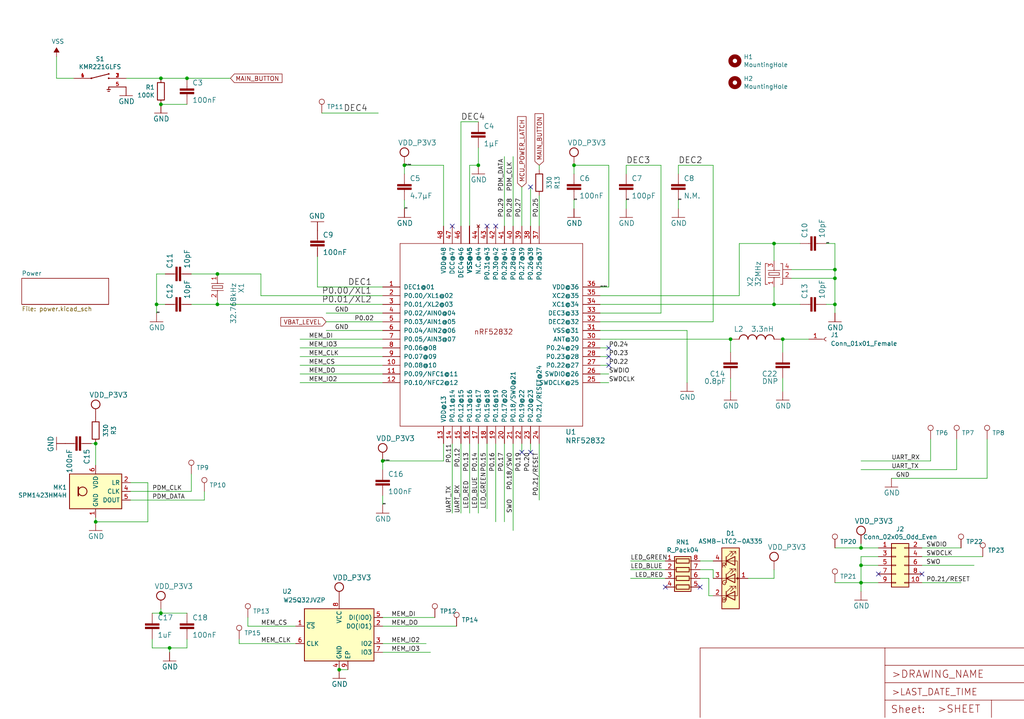
<source format=kicad_sch>
(kicad_sch (version 20211123) (generator eeschema)
  (paper "User" 299.06 210.007)
  (lib_symbols
    (symbol "Connector:Conn_01x01_Female" (pin_names (offset 1.016) hide)
      (property "Reference" "J" (at 0 2.54 0))
      (property "Value" "Conn_01x01_Female" (at 0 -2.54 0))
      (symbol "Conn_01x01_Female_1_1"
        (pin passive line (at -5.08 0 0) (length 3.81) (name "Pin_1") (number "1"))
      )
    )
    (symbol "Connector:TestPoint" (pin_numbers hide) (pin_names (offset 0.762) hide)
      (property "Reference" "TP" (at 0 6.858 0))
      (property "Value" "TestPoint" (at 0 5.08 0))
      (symbol "TestPoint_1_1"
        (pin passive line (at 0 0 90) (length 2.54) (name "1") (number "1"))
      )
    )
    (symbol "Connector_Generic:Conn_02x05_Odd_Even" (pin_names (offset 1.016) hide)
      (property "Reference" "J" (at 1.27 7.62 0))
      (property "Value" "Conn_02x05_Odd_Even" (at 1.27 -7.62 0))
      (symbol "Conn_02x05_Odd_Even_1_1"
        (pin passive line (at -5.08 5.08 0) (length 3.81) (name "Pin_1") (number "1"))
        (pin passive line (at 7.62 -5.08 180) (length 3.81) (name "Pin_10") (number "10"))
        (pin passive line (at 7.62 5.08 180) (length 3.81) (name "Pin_2") (number "2"))
        (pin passive line (at -5.08 2.54 0) (length 3.81) (name "Pin_3") (number "3"))
        (pin passive line (at 7.62 2.54 180) (length 3.81) (name "Pin_4") (number "4"))
        (pin passive line (at -5.08 0 0) (length 3.81) (name "Pin_5") (number "5"))
        (pin passive line (at 7.62 0 180) (length 3.81) (name "Pin_6") (number "6"))
        (pin passive line (at -5.08 -2.54 0) (length 3.81) (name "Pin_7") (number "7"))
        (pin passive line (at 7.62 -2.54 180) (length 3.81) (name "Pin_8") (number "8"))
        (pin passive line (at -5.08 -5.08 0) (length 3.81) (name "Pin_9") (number "9"))
      )
    )
    (symbol "Device:R" (pin_numbers hide) (pin_names (offset 0))
      (property "Reference" "R" (at 2.032 0 90))
      (property "Value" "R" (at 0 0 90))
      (symbol "R_1_1"
        (pin passive line (at 0 3.81 270) (length 1.27) (name "~") (number "1"))
        (pin passive line (at 0 -3.81 90) (length 1.27) (name "~") (number "2"))
      )
    )
    (symbol "Device:R_Pack04" (pin_names (offset 0) hide)
      (property "Reference" "RN" (at -7.62 0 90))
      (property "Value" "R_Pack04" (at 5.08 0 90))
      (symbol "R_Pack04_1_1"
        (pin passive line (at -5.08 -5.08 90) (length 2.54) (name "R1.1") (number "1"))
        (pin passive line (at -2.54 -5.08 90) (length 2.54) (name "R2.1") (number "2"))
        (pin passive line (at 0 -5.08 90) (length 2.54) (name "R3.1") (number "3"))
        (pin passive line (at 2.54 -5.08 90) (length 2.54) (name "R4.1") (number "4"))
        (pin passive line (at 2.54 5.08 270) (length 2.54) (name "R4.2") (number "5"))
        (pin passive line (at 0 5.08 270) (length 2.54) (name "R3.2") (number "6"))
        (pin passive line (at -2.54 5.08 270) (length 2.54) (name "R2.2") (number "7"))
        (pin passive line (at -5.08 5.08 270) (length 2.54) (name "R1.2") (number "8"))
      )
    )
    (symbol "LED:ASMB-MTB0-0A3A2" (pin_names (offset 0) hide)
      (property "Reference" "D" (at 0 10.16 0))
      (property "Value" "ASMB-MTB0-0A3A2" (at 0 -10.16 0))
      (symbol "ASMB-MTB0-0A3A2_0_0"
        (text "B" (at -1.905 -6.35 0) (effects (font (size 1.27 1.27))))
        (text "G" (at -1.905 -1.27 0) (effects (font (size 1.27 1.27))))
        (text "R" (at -1.905 3.81 0) (effects (font (size 1.27 1.27))))
      )
      (symbol "ASMB-MTB0-0A3A2_1_1"
        (pin passive line (at 5.08 0 180) (length 2.54) (name "A") (number "1"))
        (pin passive line (at -5.08 -5.08 0) (length 2.54) (name "BK") (number "2"))
        (pin passive line (at -5.08 0 0) (length 2.54) (name "GK") (number "3"))
        (pin passive line (at -5.08 5.08 0) (length 2.54) (name "RK") (number "4"))
      )
    )
    (symbol "Mechanical:MountingHole" (pin_names (offset 1.016))
      (property "Reference" "H" (at 0 5.08 0))
      (property "Value" "MountingHole" (at 0 3.175 0))
    )
    (symbol "Memory_Flash:W25Q32JVZP"
      (property "Reference" "U" (at -8.89 8.89 0))
      (property "Value" "W25Q32JVZP" (at 7.62 8.89 0))
      (symbol "W25Q32JVZP_1_1"
        (pin input line (at -12.7 2.54 0) (length 2.54) (name "~{CS}") (number "1"))
        (pin bidirectional line (at 12.7 2.54 180) (length 2.54) (name "DO(IO1)") (number "2"))
        (pin bidirectional line (at 12.7 -2.54 180) (length 2.54) (name "IO2") (number "3"))
        (pin power_in line (at 0 -10.16 90) (length 2.54) (name "GND") (number "4"))
        (pin bidirectional line (at 12.7 5.08 180) (length 2.54) (name "DI(IO0)") (number "5"))
        (pin input line (at -12.7 -2.54 0) (length 2.54) (name "CLK") (number "6"))
        (pin bidirectional line (at 12.7 -5.08 180) (length 2.54) (name "IO3") (number "7"))
        (pin power_in line (at 0 10.16 270) (length 2.54) (name "VCC") (number "8"))
        (pin passive line (at 2.54 -10.16 90) (length 2.54) (name "EP") (number "9"))
      )
    )
    (symbol "Sensor_Audio:MP45DT02"
      (property "Reference" "MK" (at -7.62 6.35 0))
      (property "Value" "MP45DT02" (at 1.27 -6.35 0))
      (symbol "MP45DT02_1_1"
        (pin power_in line (at 0 -7.62 90) (length 2.54) (name "GND") (number "1"))
        (pin input line (at 10.16 2.54 180) (length 2.54) (name "LR") (number "2"))
        (pin passive line (at 0 -7.62 90) (length 2.54) hide (name "GND") (number "3"))
        (pin input line (at 10.16 0 180) (length 2.54) (name "CLK") (number "4"))
        (pin output line (at 10.16 -2.54 180) (length 2.54) (name "DOUT") (number "5"))
        (pin power_in line (at 0 7.62 270) (length 2.54) (name "VDD") (number "6"))
      )
    )
    (symbol "_button:KMR221GLFS" (pin_names (offset 1.016) hide)
      (property "Reference" "S" (at -2.54 2.286 0))
      (property "Value" "KMR221GLFS" (at -2.794 -6.35 0))
      (symbol "KMR221GLFS_0_0"
        (pin passive line (at -7.62 0 0) (length 5.08) (name "~") (number "1"))
        (pin passive line (at 7.62 0 180) (length 5.08) (name "~") (number "2"))
        (pin passive line (at 7.62 0 180) (length 5.08) (name "~") (number "3"))
        (pin passive line (at -7.62 0 0) (length 5.08) (name "~") (number "4"))
        (pin passive line (at 7.62 -2.54 180) (length 5.08) (name "~") (number "5"))
      )
    )
    (symbol "nRF52832_qfaa-eagle-import:A4L-LOC" (pin_names (offset 1.016))
      (symbol "A4L-LOC_1_0"
        (text ">DRAWING_NAME" (at 217.17 15.24 0) (effects (font (size 2.159 2.159)) (justify left bottom)))
        (text ">LAST_DATE_TIME" (at 217.17 10.16 0) (effects (font (size 1.9304 1.9304)) (justify left bottom)))
        (text ">SHEET" (at 230.505 5.08 0) (effects (font (size 2.159 2.159)) (justify left bottom)))
        (text "Sheet:" (at 216.916 4.953 0) (effects (font (size 2.159 2.159)) (justify left bottom)))
      )
    )
    (symbol "nRF52832_qfaa-eagle-import:CAPACITOR_0402_N" (pin_names (offset 1.016))
      (property "Value" "CAPACITOR_0402_N" (at 1.524 -4.699 0))
      (symbol "CAPACITOR_0402_N_1_0"
        (pin passive line (at 0 2.54 270) (length 2.54) (name "1") (number "1"))
        (pin passive line (at 0 -5.08 90) (length 2.54) (name "2") (number "2"))
      )
    )
    (symbol "nRF52832_qfaa-eagle-import:CAPACITOR_0603_N" (pin_names (offset 1.016))
      (property "Value" "CAPACITOR_0603_N" (at 1.524 -4.699 0))
      (symbol "CAPACITOR_0603_N_1_0"
        (pin passive line (at 0 2.54 270) (length 2.54) (name "1") (number "1"))
        (pin passive line (at 0 -5.08 90) (length 2.54) (name "2") (number "2"))
      )
    )
    (symbol "nRF52832_qfaa-eagle-import:GND" (power) (pin_names (offset 1.016))
      (property "Value" "GND" (at -2.54 -2.54 0))
      (symbol "GND_1_0"
        (pin power_in line (at 0 2.54 270) (length 2.54) (name "GND") (number "1"))
      )
    )
    (symbol "nRF52832_qfaa-eagle-import:INDUCTOR_0402_N" (pin_names (offset 1.016))
      (property "Value" "INDUCTOR_0402_N" (at 3.81 -5.08 90))
      (symbol "INDUCTOR_0402_N_1_0"
        (pin passive line (at 0 7.62 270) (length 2.54) (name "1") (number "1"))
        (pin passive line (at 0 -7.62 90) (length 2.54) (name "2") (number "2"))
      )
    )
    (symbol "nRF52832_qfaa-eagle-import:NRF52832" (pin_names (offset 1.016))
      (property "Value" "NRF52832" (at 48.26 -5.08 0))
      (symbol "NRF52832_1_0"
        (text "nRF52832" (at 21.59 26.67 0) (effects (font (size 1.4986 1.4986)) (justify left bottom)))
        (pin power_in line (at -5.08 40.64 0) (length 5.08) (name "DEC1@01") (number "1"))
        (pin bidirectional line (at -5.08 17.78 0) (length 5.08) (name "P0.08@10") (number "10"))
        (pin bidirectional line (at -5.08 15.24 0) (length 5.08) (name "P0.09/NFC1@11") (number "11"))
        (pin bidirectional line (at -5.08 12.7 0) (length 5.08) (name "P0.10/NFC2@12") (number "12"))
        (pin power_in line (at 12.7 -5.08 90) (length 5.08) (name "VDD@13") (number "13"))
        (pin bidirectional line (at 15.24 -5.08 90) (length 5.08) (name "P0.11@14") (number "14"))
        (pin bidirectional line (at 17.78 -5.08 90) (length 5.08) (name "P0.12@15") (number "15"))
        (pin bidirectional line (at 20.32 -5.08 90) (length 5.08) (name "P0.13@16") (number "16"))
        (pin bidirectional line (at 22.86 -5.08 90) (length 5.08) (name "P0.14@17") (number "17"))
        (pin bidirectional line (at 25.4 -5.08 90) (length 5.08) (name "P0.15@18") (number "18"))
        (pin bidirectional line (at 27.94 -5.08 90) (length 5.08) (name "P0.16@19") (number "19"))
        (pin bidirectional line (at -5.08 38.1 0) (length 5.08) (name "P0.00/XL1@02") (number "2"))
        (pin bidirectional line (at 30.48 -5.08 90) (length 5.08) (name "P0.17@20") (number "20"))
        (pin bidirectional line (at 33.02 -5.08 90) (length 5.08) (name "P0.18/SWO@21") (number "21"))
        (pin bidirectional line (at 35.56 -5.08 90) (length 5.08) (name "P0.19@22") (number "22"))
        (pin bidirectional line (at 38.1 -5.08 90) (length 5.08) (name "P0.20@23") (number "23"))
        (pin bidirectional line (at 40.64 -5.08 90) (length 5.08) (name "P0.21/RESET@24") (number "24"))
        (pin input line (at 58.42 12.7 180) (length 5.08) (name "SWDCLK@25") (number "25"))
        (pin bidirectional line (at 58.42 15.24 180) (length 5.08) (name "SWDIO@26") (number "26"))
        (pin bidirectional line (at 58.42 17.78 180) (length 5.08) (name "P0.22@27") (number "27"))
        (pin bidirectional line (at 58.42 20.32 180) (length 5.08) (name "P0.23@28") (number "28"))
        (pin bidirectional line (at 58.42 22.86 180) (length 5.08) (name "P0.24@29") (number "29"))
        (pin bidirectional line (at -5.08 35.56 0) (length 5.08) (name "P0.01/XL2@03") (number "3"))
        (pin bidirectional line (at 58.42 25.4 180) (length 5.08) (name "ANT@30") (number "30"))
        (pin bidirectional line (at 58.42 27.94 180) (length 5.08) (name "VSS@31") (number "31"))
        (pin bidirectional line (at 58.42 30.48 180) (length 5.08) (name "DEC2@32") (number "32"))
        (pin bidirectional line (at 58.42 33.02 180) (length 5.08) (name "DEC3@33") (number "33"))
        (pin input line (at 58.42 35.56 180) (length 5.08) (name "XC1@34") (number "34"))
        (pin output line (at 58.42 38.1 180) (length 5.08) (name "XC2@35") (number "35"))
        (pin power_in line (at 58.42 40.64 180) (length 5.08) (name "VDD@36") (number "36"))
        (pin bidirectional line (at 40.64 58.42 270) (length 5.08) (name "P0.25@37") (number "37"))
        (pin bidirectional line (at 38.1 58.42 270) (length 5.08) (name "P0.26@38") (number "38"))
        (pin bidirectional line (at 35.56 58.42 270) (length 5.08) (name "P0.27@39") (number "39"))
        (pin bidirectional line (at -5.08 33.02 0) (length 5.08) (name "P0.02/AIN0@04") (number "4"))
        (pin bidirectional line (at 33.02 58.42 270) (length 5.08) (name "P0.28@40") (number "40"))
        (pin bidirectional line (at 30.48 58.42 270) (length 5.08) (name "P0.29@41") (number "41"))
        (pin bidirectional line (at 27.94 58.42 270) (length 5.08) (name "P0.30@42") (number "42"))
        (pin bidirectional line (at 25.4 58.42 270) (length 5.08) (name "P0.31@43") (number "43"))
        (pin no_connect line (at 22.86 58.42 270) (length 5.08) (name "N.C.@44") (number "44"))
        (pin power_in line (at 20.32 58.42 270) (length 5.08) (name "VSS@45") (number "45"))
        (pin power_in line (at 17.78 58.42 270) (length 5.08) (name "DEC4@46") (number "46"))
        (pin output line (at 15.24 58.42 270) (length 5.08) (name "DCC@47") (number "47"))
        (pin power_in line (at 12.7 58.42 270) (length 5.08) (name "VDD@48") (number "48"))
        (pin bidirectional line (at -5.08 30.48 0) (length 5.08) (name "P0.03/AIN1@05") (number "5"))
        (pin bidirectional line (at -5.08 27.94 0) (length 5.08) (name "P0.04/AIN2@06") (number "6"))
        (pin bidirectional line (at -5.08 25.4 0) (length 5.08) (name "P0.05/AIN3@07") (number "7"))
        (pin bidirectional line (at -5.08 22.86 0) (length 5.08) (name "P0.06@08") (number "8"))
        (pin bidirectional line (at -5.08 20.32 0) (length 5.08) (name "P0.07@09") (number "9"))
        (pin power_in line (at 20.32 58.42 270) (length 5.08) (name "VSS@45") (number "PAD"))
        (pin power_in line (at 20.32 58.42 270) (length 5.08) (name "VSS@45") (number "PAD@VIA01"))
        (pin power_in line (at 20.32 58.42 270) (length 5.08) (name "VSS@45") (number "PAD@VIA02"))
        (pin power_in line (at 20.32 58.42 270) (length 5.08) (name "VSS@45") (number "PAD@VIA03"))
        (pin power_in line (at 20.32 58.42 270) (length 5.08) (name "VSS@45") (number "PAD@VIA04"))
        (pin power_in line (at 20.32 58.42 270) (length 5.08) (name "VSS@45") (number "PAD@VIA05"))
        (pin power_in line (at 20.32 58.42 270) (length 5.08) (name "VSS@45") (number "PAD@VIA06"))
        (pin power_in line (at 20.32 58.42 270) (length 5.08) (name "VSS@45") (number "PAD@VIA07"))
        (pin power_in line (at 20.32 58.42 270) (length 5.08) (name "VSS@45") (number "PAD@VIA08"))
        (pin power_in line (at 20.32 58.42 270) (length 5.08) (name "VSS@45") (number "PAD@VIA09"))
        (pin power_in line (at 20.32 58.42 270) (length 5.08) (name "VSS@45") (number "PAD@VIA10"))
        (pin power_in line (at 20.32 58.42 270) (length 5.08) (name "VSS@45") (number "PAD@VIA11"))
        (pin power_in line (at 20.32 58.42 270) (length 5.08) (name "VSS@45") (number "PAD@VIA12"))
        (pin power_in line (at 20.32 58.42 270) (length 5.08) (name "VSS@45") (number "PAD@VIA13"))
        (pin power_in line (at 20.32 58.42 270) (length 5.08) (name "VSS@45") (number "PAD@VIA14"))
        (pin power_in line (at 20.32 58.42 270) (length 5.08) (name "VSS@45") (number "PAD@VIA15"))
        (pin power_in line (at 20.32 58.42 270) (length 5.08) (name "VSS@45") (number "PAD@VIA16"))
      )
    )
    (symbol "nRF52832_qfaa-eagle-import:VCC" (power) (pin_names (offset 1.016))
      (property "Value" "VCC" (at -1.905 3.175 0))
      (symbol "VCC_1_0"
        (pin power_in line (at 0 -2.54 90) (length 2.54) (name "VCC") (number "1"))
      )
    )
    (symbol "nRF52832_qfaa-eagle-import:XTAL_32KHZ" (pin_names (offset 1.016))
      (property "Value" "XTAL_32KHZ" (at 0 3.81 0))
      (symbol "XTAL_32KHZ_1_0"
        (pin passive line (at -2.54 0 0) (length 2.54) (name "1") (number "1"))
        (pin passive line (at 5.08 0 180) (length 2.54) (name "2") (number "2"))
      )
    )
    (symbol "nRF52832_qfaa-eagle-import:XTAL_32MHZ" (pin_names (offset 1.016))
      (property "Value" "XTAL_32MHZ" (at 0 6.35 0))
      (symbol "XTAL_32MHZ_1_0"
        (pin passive line (at 0 2.54 0) (length 2.54) (name "1") (number "1"))
        (pin passive line (at 2.54 -2.54 90) (length 2.54) (name "2") (number "2"))
        (pin passive line (at 7.62 2.54 180) (length 2.54) (name "3") (number "3"))
        (pin passive line (at 5.08 -2.54 90) (length 2.54) (name "4") (number "4"))
      )
    )
    (symbol "power:VSS" (power) (pin_names (offset 0))
      (property "Value" "VSS" (at 0 3.81 0))
      (symbol "VSS_1_1"
        (pin power_in line (at 0 0 90) (length 0) hide (name "VSS") (number "1"))
      )
    )
  )
  (junction (at 226.06 88.9))
  (junction (at 167.64 48.26))
  (junction (at 243.84 81.28))
  (junction (at 243.84 78.74))
  (junction (at 49.53 189.23))
  (junction (at 226.06 71.12))
  (junction (at 251.46 165.1))
  (junction (at 45.72 88.9))
  (junction (at 118.11 48.26))
  (junction (at 46.99 179.07))
  (junction (at 251.46 170.18))
  (junction (at 243.84 88.9))
  (junction (at 63.5 88.9))
  (junction (at 111.76 134.62))
  (junction (at 213.36 99.06))
  (junction (at 46.99 22.86))
  (junction (at 27.94 152.4))
  (junction (at 54.61 22.86))
  (junction (at 63.5 80.01))
  (junction (at 251.46 160.02))
  (junction (at 46.99 30.48))
  (junction (at 27.94 129.54))
  (junction (at 139.7 48.26))
  (junction (at 228.6 99.06))
  (junction (at 99.06 195.58))
  (no_connect (at 152.4 132.08))
  (no_connect (at 256.54 167.64))
  (no_connect (at 177.8 101.6))
  (no_connect (at 132.08 66.04))
  (no_connect (at 204.47 171.45))
  (no_connect (at 144.78 66.04))
  (no_connect (at 142.24 66.04))
  (no_connect (at 154.94 132.08))
  (no_connect (at 269.24 167.64))
  (no_connect (at 5.08 -36.83))
  (no_connect (at 177.8 106.68))
  (no_connect (at 154.94 54.61))
  (no_connect (at 194.31 171.45))
  (no_connect (at 177.8 104.14))
  (wire (pts (xy 154.94 129.54) (xy 154.94 132.08)))
  (wire (pts (xy 59.69 143.51) (xy 59.69 146.05)))
  (wire (pts (xy 118.11 48.26) (xy 129.54 48.26)))
  (wire (pts (xy 241.3 88.9) (xy 243.84 88.9)))
  (wire (pts (xy 69.85 187.96) (xy 86.36 187.96)))
  (wire (pts (xy 87.63 111.76) (xy 111.76 111.76)))
  (wire (pts (xy 175.26 93.98) (xy 208.28 93.98)))
  (wire (pts (xy 243.84 170.18) (xy 251.46 170.18)))
  (wire (pts (xy 43.18 152.4) (xy 43.18 140.97)))
  (wire (pts (xy 167.64 48.26) (xy 167.64 50.8)))
  (wire (pts (xy 139.7 43.18) (xy 139.7 48.26)))
  (wire (pts (xy 142.24 129.54) (xy 142.24 148.59)))
  (wire (pts (xy 256.54 170.18) (xy 251.46 170.18)))
  (wire (pts (xy 256.54 160.02) (xy 251.46 160.02)))
  (wire (pts (xy 226.06 83.82) (xy 226.06 88.9)))
  (wire (pts (xy 260.35 139.7) (xy 288.29 139.7)))
  (wire (pts (xy 101.6 195.58) (xy 99.06 195.58)))
  (wire (pts (xy 175.26 96.52) (xy 200.66 96.52)))
  (wire (pts (xy 207.01 168.91) (xy 207.01 173.99)))
  (wire (pts (xy 167.64 58.42) (xy 167.64 60.96)))
  (wire (pts (xy 228.6 102.87) (xy 228.6 99.06)))
  (wire (pts (xy 157.48 129.54) (xy 157.48 146.05)))
  (wire (pts (xy 269.24 162.56) (xy 287.02 162.56)))
  (wire (pts (xy 182.88 48.26) (xy 193.04 48.26)))
  (wire (pts (xy 251.46 137.16) (xy 279.4 137.16)))
  (wire (pts (xy 46.99 22.86) (xy 54.61 22.86)))
  (wire (pts (xy 111.76 187.96) (xy 124.46 187.96)))
  (wire (pts (xy 76.2 86.36) (xy 111.76 86.36)))
  (wire (pts (xy 134.62 66.04) (xy 134.62 35.56)))
  (wire (pts (xy 208.28 166.37) (xy 208.28 168.91)))
  (wire (pts (xy 251.46 165.1) (xy 251.46 170.18)))
  (wire (pts (xy 111.76 147.32) (xy 111.76 144.78)))
  (wire (pts (xy 46.99 177.8) (xy 46.99 179.07)))
  (wire (pts (xy 27.94 129.54) (xy 26.67 129.54)))
  (wire (pts (xy 194.31 163.83) (xy 184.15 163.83)))
  (wire (pts (xy 175.26 83.82) (xy 177.8 83.82)))
  (wire (pts (xy 226.06 88.9) (xy 233.68 88.9)))
  (wire (pts (xy 144.78 129.54) (xy 144.78 152.4)))
  (wire (pts (xy 69.85 187.96) (xy 69.85 186.69)))
  (wire (pts (xy 63.5 88.9) (xy 63.5 87.63)))
  (wire (pts (xy 137.16 48.26) (xy 139.7 48.26)))
  (wire (pts (xy 200.66 96.52) (xy 200.66 111.76)))
  (wire (pts (xy 76.2 86.36) (xy 76.2 80.01)))
  (wire (pts (xy 157.48 48.26) (xy 157.48 49.53)))
  (wire (pts (xy 55.88 88.9) (xy 63.5 88.9)))
  (wire (pts (xy 215.9 86.36) (xy 175.26 86.36)))
  (wire (pts (xy 92.71 83.82) (xy 111.76 83.82)))
  (wire (pts (xy 204.47 168.91) (xy 207.01 168.91)))
  (wire (pts (xy 218.44 168.91) (xy 226.06 168.91)))
  (wire (pts (xy 16.51 16.51) (xy 16.51 22.86)))
  (wire (pts (xy 111.76 96.52) (xy 95.25 96.52)))
  (wire (pts (xy 55.88 80.01) (xy 63.5 80.01)))
  (wire (pts (xy 46.99 179.07) (xy 44.45 179.07)))
  (wire (pts (xy 269.24 165.1) (xy 284.48 165.1)))
  (wire (pts (xy 111.76 91.44) (xy 95.25 91.44)))
  (wire (pts (xy 175.26 101.6) (xy 177.8 101.6)))
  (wire (pts (xy 55.88 138.43) (xy 55.88 143.51)))
  (wire (pts (xy 137.16 66.04) (xy 137.16 48.26)))
  (wire (pts (xy 269.24 160.02) (xy 280.67 160.02)))
  (wire (pts (xy 233.68 71.12) (xy 226.06 71.12)))
  (wire (pts (xy 193.04 91.44) (xy 175.26 91.44)))
  (wire (pts (xy 87.63 106.68) (xy 111.76 106.68)))
  (wire (pts (xy 27.94 152.4) (xy 27.94 151.13)))
  (wire (pts (xy 208.28 93.98) (xy 208.28 48.26)))
  (wire (pts (xy 92.71 74.93) (xy 92.71 83.82)))
  (wire (pts (xy 49.53 190.5) (xy 49.53 189.23)))
  (wire (pts (xy 45.72 80.01) (xy 48.26 80.01)))
  (wire (pts (xy 256.54 165.1) (xy 251.46 165.1)))
  (wire (pts (xy 38.1 143.51) (xy 55.88 143.51)))
  (wire (pts (xy 243.84 71.12) (xy 243.84 78.74)))
  (wire (pts (xy 54.61 179.07) (xy 46.99 179.07)))
  (wire (pts (xy 54.61 189.23) (xy 54.61 186.69)))
  (wire (pts (xy 182.88 58.42) (xy 182.88 60.96)))
  (wire (pts (xy 27.94 152.4) (xy 43.18 152.4)))
  (wire (pts (xy 177.8 83.82) (xy 177.8 48.26)))
  (wire (pts (xy 129.54 48.26) (xy 129.54 66.04)))
  (wire (pts (xy 251.46 134.62) (xy 271.78 134.62)))
  (wire (pts (xy 226.06 168.91) (xy 226.06 166.37)))
  (wire (pts (xy 129.54 129.54) (xy 129.54 134.62)))
  (wire (pts (xy 213.36 102.87) (xy 213.36 99.06)))
  (wire (pts (xy 215.9 71.12) (xy 215.9 86.36)))
  (wire (pts (xy 149.86 129.54) (xy 149.86 154.94)))
  (wire (pts (xy 111.76 182.88) (xy 133.35 182.88)))
  (wire (pts (xy 226.06 71.12) (xy 215.9 71.12)))
  (wire (pts (xy 38.1 146.05) (xy 59.69 146.05)))
  (wire (pts (xy 36.83 22.86) (xy 46.99 22.86)))
  (wire (pts (xy 49.53 189.23) (xy 54.61 189.23)))
  (wire (pts (xy 16.51 22.86) (xy 21.59 22.86)))
  (wire (pts (xy 132.08 129.54) (xy 132.08 149.86)))
  (wire (pts (xy 175.26 109.22) (xy 177.8 109.22)))
  (wire (pts (xy 208.28 48.26) (xy 198.12 48.26)))
  (wire (pts (xy 204.47 166.37) (xy 208.28 166.37)))
  (wire (pts (xy 134.62 129.54) (xy 134.62 149.86)))
  (wire (pts (xy 48.26 88.9) (xy 45.72 88.9)))
  (wire (pts (xy 87.63 99.06) (xy 111.76 99.06)))
  (wire (pts (xy 87.63 104.14) (xy 111.76 104.14)))
  (wire (pts (xy 213.36 110.49) (xy 213.36 114.3)))
  (wire (pts (xy 43.18 140.97) (xy 38.1 140.97)))
  (wire (pts (xy 271.78 134.62) (xy 271.78 128.27)))
  (wire (pts (xy 93.98 33.02) (xy 110.49 33.02)))
  (wire (pts (xy 182.88 50.8) (xy 182.88 48.26)))
  (wire (pts (xy 111.76 190.5) (xy 125.73 190.5)))
  (wire (pts (xy 241.3 71.12) (xy 243.84 71.12)))
  (wire (pts (xy 45.72 91.44) (xy 45.72 88.9)))
  (wire (pts (xy 279.4 137.16) (xy 279.4 128.27)))
  (wire (pts (xy 175.26 104.14) (xy 177.8 104.14)))
  (wire (pts (xy 111.76 180.34) (xy 127 180.34)))
  (wire (pts (xy 147.32 66.04) (xy 147.32 45.72)))
  (wire (pts (xy 243.84 88.9) (xy 243.84 91.44)))
  (wire (pts (xy 231.14 81.28) (xy 243.84 81.28)))
  (wire (pts (xy 251.46 170.18) (xy 251.46 172.72)))
  (wire (pts (xy 152.4 129.54) (xy 152.4 132.08)))
  (wire (pts (xy 269.24 170.18) (xy 280.67 170.18)))
  (wire (pts (xy 152.4 66.04) (xy 152.4 54.61)))
  (wire (pts (xy 149.86 45.72) (xy 149.86 66.04)))
  (wire (pts (xy 231.14 78.74) (xy 243.84 78.74)))
  (wire (pts (xy 134.62 35.56) (xy 139.7 35.56)))
  (wire (pts (xy 157.48 57.15) (xy 157.48 66.04)))
  (wire (pts (xy 243.84 78.74) (xy 243.84 81.28)))
  (wire (pts (xy 139.7 129.54) (xy 139.7 149.86)))
  (wire (pts (xy 45.72 88.9) (xy 45.72 80.01)))
  (wire (pts (xy 175.26 111.76) (xy 177.8 111.76)))
  (wire (pts (xy 44.45 189.23) (xy 49.53 189.23)))
  (wire (pts (xy 95.25 93.98) (xy 111.76 93.98)))
  (wire (pts (xy 228.6 99.06) (xy 236.22 99.06)))
  (wire (pts (xy 87.63 101.6) (xy 111.76 101.6)))
  (wire (pts (xy 111.76 134.62) (xy 111.76 137.16)))
  (wire (pts (xy 198.12 58.42) (xy 198.12 60.96)))
  (wire (pts (xy 204.47 163.83) (xy 208.28 163.83)))
  (wire (pts (xy 226.06 71.12) (xy 226.06 76.2)))
  (wire (pts (xy 147.32 129.54) (xy 147.32 152.4)))
  (wire (pts (xy 137.16 129.54) (xy 137.16 149.86)))
  (wire (pts (xy 54.61 22.86) (xy 67.31 22.86)))
  (wire (pts (xy 72.39 182.88) (xy 72.39 180.34)))
  (wire (pts (xy 207.01 173.99) (xy 208.28 173.99)))
  (wire (pts (xy 129.54 134.62) (xy 111.76 134.62)))
  (wire (pts (xy 177.8 48.26) (xy 167.64 48.26)))
  (wire (pts (xy 175.26 99.06) (xy 213.36 99.06)))
  (wire (pts (xy 76.2 80.01) (xy 63.5 80.01)))
  (wire (pts (xy 175.26 106.68) (xy 177.8 106.68)))
  (wire (pts (xy 87.63 109.22) (xy 111.76 109.22)))
  (wire (pts (xy 54.61 30.48) (xy 46.99 30.48)))
  (wire (pts (xy 198.12 48.26) (xy 198.12 50.8)))
  (wire (pts (xy 194.31 168.91) (xy 184.15 168.91)))
  (wire (pts (xy 118.11 60.96) (xy 118.11 58.42)))
  (wire (pts (xy 63.5 88.9) (xy 111.76 88.9)))
  (wire (pts (xy 251.46 162.56) (xy 251.46 165.1)))
  (wire (pts (xy 44.45 189.23) (xy 44.45 186.69)))
  (wire (pts (xy 27.94 135.89) (xy 27.94 129.54)))
  (wire (pts (xy 154.94 66.04) (xy 154.94 54.61)))
  (wire (pts (xy 251.46 162.56) (xy 256.54 162.56)))
  (wire (pts (xy 243.84 81.28) (xy 243.84 88.9)))
  (wire (pts (xy 193.04 48.26) (xy 193.04 91.44)))
  (wire (pts (xy 118.11 48.26) (xy 118.11 50.8)))
  (wire (pts (xy 72.39 182.88) (xy 86.36 182.88)))
  (wire (pts (xy 228.6 110.49) (xy 228.6 114.3)))
  (wire (pts (xy 175.26 88.9) (xy 226.06 88.9)))
  (wire (pts (xy 251.46 160.02) (xy 251.46 158.75)))
  (wire (pts (xy 288.29 139.7) (xy 288.29 128.27)))
  (wire (pts (xy 194.31 166.37) (xy 184.15 166.37)))
  (wire (pts (xy 243.84 160.02) (xy 251.46 160.02)))
  (label "P0.19" (at 152.4 132.08 270))
  (label "P0.17" (at 147.32 132.08 270))
  (label "MEM_CLK" (at 76.2 187.96 0))
  (label "GND" (at 198.12 58.42 0) (effects (font (size 0.254 0.254))))
  (label "SWDCLK" (at 177.8 111.76 0))
  (label "P0.13" (at 137.16 132.08 270))
  (label "PDM_DATA" (at 44.45 146.05 0))
  (label "MEM_CS" (at 76.2 182.88 0))
  (label "P0.20" (at 154.94 132.08 270))
  (label "UART_TX" (at 260.35 137.16 0))
  (label "P0.02" (at 109.22 93.98 180))
  (label "MEM_CLK" (at 90.17 104.14 0))
  (label "SWO" (at 149.86 149.86 90))
  (label "PDM_DATA" (at 147.32 55.88 90))
  (label "DEC1" (at 101.6 83.82 0) (effects (font (size 1.778 1.778))))
  (label "UART_TX" (at 132.08 149.86 90))
  (label "LED_GREEN" (at 142.24 148.59 90))
  (label "P0.16" (at 144.78 132.08 270))
  (label "LED_BLUE" (at 139.7 148.59 90))
  (label "GND" (at 261.62 139.7 0))
  (label "MEM_DI" (at 90.17 99.06 0))
  (label "GND" (at 97.79 96.52 0))
  (label "P0.27" (at 152.4 63.5 90))
  (label "MEM_IO2" (at 90.17 111.76 0))
  (label "DEC2" (at 198.12 48.26 0) (effects (font (size 1.778 1.778))))
  (label "GND" (at 167.64 58.42 0) (effects (font (size 0.254 0.254))))
  (label "P0.12" (at 134.62 130.81 270))
  (label "UART_RX" (at 260.35 134.62 0))
  (label "P0.14" (at 139.7 132.08 270))
  (label "MEM_DO" (at 114.3 182.88 0))
  (label "GND" (at 111.76 147.32 0) (effects (font (size 0.254 0.254))))
  (label "P0.15" (at 142.24 132.08 270))
  (label "P0.00/XL1" (at 93.98 86.36 0) (effects (font (size 1.778 1.778))))
  (label "LED_BLUE" (at 184.15 166.37 0))
  (label "P0.22" (at 177.8 106.68 0))
  (label "SWDIO" (at 270.51 160.02 0))
  (label "DEC4" (at 100.33 33.02 0) (effects (font (size 1.778 1.778))))
  (label "MEM_DI" (at 114.3 180.34 0))
  (label "PDM_CLK" (at 44.45 143.51 0))
  (label "LED_RED" (at 185.42 168.91 0))
  (label "VDD_P3V3" (at 111.76 134.62 0) (effects (font (size 0.254 0.254))))
  (label "MEM_DO" (at 90.17 109.22 0))
  (label "MEM_IO3" (at 114.3 190.5 0))
  (label "PDM_CLK" (at 149.86 55.88 90))
  (label "P0.23" (at 177.8 104.14 0))
  (label "SWDIO" (at 177.8 109.22 0))
  (label "P0.01/XL2" (at 93.98 88.9 0) (effects (font (size 1.778 1.778))))
  (label "P0.21/RESET" (at 157.48 132.08 270))
  (label "VDD_P3V3" (at 118.11 48.26 0) (effects (font (size 0.254 0.254))))
  (label "P0.29" (at 147.32 63.5 90))
  (label "DEC4" (at 134.62 35.56 0) (effects (font (size 1.778 1.778))))
  (label "P0.18/SWO" (at 149.86 132.08 270))
  (label "SWDCLK" (at 270.51 162.56 0))
  (label "UART_RX" (at 134.62 149.86 90))
  (label "LED_GREEN" (at 184.15 163.83 0))
  (label "SWO" (at 270.51 165.1 0))
  (label "P0.24" (at 177.8 101.6 0))
  (label "VDD_P3V3" (at 175.26 83.82 0) (effects (font (size 0.254 0.254))))
  (label "P0.21/RESET" (at 270.51 170.18 0))
  (label "GND" (at 241.3 71.12 0) (effects (font (size 0.254 0.254))))
  (label "P0.25" (at 157.48 63.5 90))
  (label "GND" (at 182.88 58.42 0) (effects (font (size 0.254 0.254))))
  (label "LED_RED" (at 137.16 148.59 90))
  (label "MEM_IO2" (at 114.3 187.96 0))
  (label "MEM_CS" (at 90.17 106.68 0))
  (label "MEM_IO3" (at 90.17 101.6 0))
  (label "DEC3" (at 182.88 48.26 0) (effects (font (size 1.778 1.778))))
  (label "GND" (at 118.11 60.96 0) (effects (font (size 0.254 0.254))))
  (label "P0.28" (at 149.86 63.5 90))
  (label "GND" (at 97.79 91.44 0))
  (label "P0.11" (at 132.08 129.54 270))
  (label "GND" (at 45.72 91.44 0) (effects (font (size 0.254 0.254))))
  (global_label "MAIN_BUTTON" (shape input) (at 157.48 48.26 90) (property "Intersheet References" "${INTERSHEET_REFS}" (effects hide)))
  (global_label "MCU_POWER_LATCH" (shape input) (at 152.4 54.61 90) (property "Intersheet References" "${INTERSHEET_REFS}" (effects hide)))
  (global_label "MAIN_BUTTON" (shape input) (at 67.31 22.86 0) (property "Intersheet References" "${INTERSHEET_REFS}" (effects hide)))
  (global_label "VBAT_LEVEL" (shape input) (at 95.25 93.98 180) (property "Intersheet References" "${INTERSHEET_REFS}" (effects hide)))
  (symbol (lib_id "nRF52832_qfaa-eagle-import:GND") (at 243.84 93.98 0) (mirror y) (unit 1)
    (property "Reference" "#GND011" (effects hide))
    (property "Value" "GND" (at 246.38 96.52 0) (effects (font (size 1.4986 1.4986)) (justify left bottom)))
  )
  (symbol (lib_id "nRF52832_qfaa-eagle-import:CAPACITOR_0402_N") (at 167.64 53.34 0) (unit 1)
    (property "Reference" "C6" (at 169.164 52.959 0) (effects (font (size 1.4986 1.4986)) (justify left bottom)))
    (property "Value" "100nF" (at 169.164 58.039 0) (effects (font (size 1.4986 1.4986)) (justify left bottom)))
    (property "Footprint" "Capacitor_SMD:C_0402_1005Metric" (effects hide))
    (property "LCSC" "C1525" (effects hide))
  )
  (symbol (lib_id "nRF52832_qfaa-eagle-import:GND") (at 139.7 50.8 0) (mirror y) (unit 1)
    (property "Reference" "#GND03" (effects hide))
    (property "Value" "GND" (at 142.24 53.34 0) (effects (font (size 1.4986 1.4986)) (justify left bottom)))
  )
  (symbol (lib_id "nRF52832_qfaa-eagle-import:CAPACITOR_0402_N") (at 182.88 53.34 0) (unit 1)
    (property "Reference" "C7" (at 184.404 52.959 0) (effects (font (size 1.4986 1.4986)) (justify left bottom)))
    (property "Value" "100pF" (at 184.404 58.039 0) (effects (font (size 1.4986 1.4986)) (justify left bottom)))
    (property "Footprint" "Capacitor_SMD:C_0402_1005Metric" (effects hide))
    (property "LCSC" "C1546" (effects hide))
  )
  (symbol (lib_id "nRF52832_qfaa-eagle-import:GND") (at 118.11 63.5 0) (mirror y) (unit 1)
    (property "Reference" "#GND05" (effects hide))
    (property "Value" "GND" (at 120.65 66.04 0) (effects (font (size 1.4986 1.4986)) (justify left bottom)))
  )
  (symbol (lib_id "nRF52832_qfaa-eagle-import:CAPACITOR_0402_N") (at 50.8 88.9 90) (unit 1)
    (property "Reference" "C12" (at 50.419 87.376 0) (effects (font (size 1.4986 1.4986)) (justify left bottom)))
    (property "Value" "10pF" (at 55.499 87.376 0) (effects (font (size 1.4986 1.4986)) (justify left bottom)))
    (property "Footprint" "Capacitor_SMD:C_0402_1005Metric" (effects hide))
    (property "LCSC" "C32949" (effects hide))
  )
  (symbol (lib_id "nRF52832_qfaa-eagle-import:VCC") (at 111.76 132.08 0) (unit 1)
    (property "Reference" "#VDD_NRF05" (effects hide))
    (property "Value" "VDD_P3V3" (at 109.855 128.905 0) (effects (font (size 1.4986 1.4986)) (justify left bottom)))
  )
  (symbol (lib_id "nRF52832_qfaa-eagle-import:CAPACITOR_0402_N") (at 50.8 80.01 90) (unit 1)
    (property "Reference" "C11" (at 50.419 78.486 0) (effects (font (size 1.4986 1.4986)) (justify left bottom)))
    (property "Value" "10pF" (at 55.499 78.486 0) (effects (font (size 1.4986 1.4986)) (justify left bottom)))
    (property "Footprint" "Capacitor_SMD:C_0402_1005Metric" (effects hide))
    (property "LCSC" "C32949" (effects hide))
  )
  (symbol (lib_id "nRF52832_qfaa-eagle-import:GND") (at 92.71 64.77 0) (mirror x) (unit 1)
    (property "Reference" "#GND09" (effects hide))
    (property "Value" "GND" (at 90.17 62.23 0) (effects (font (size 1.4986 1.4986)) (justify left bottom)))
  )
  (symbol (lib_id "nRF52832_qfaa-eagle-import:CAPACITOR_0603_N") (at 139.7 38.1 0) (unit 1)
    (property "Reference" "C4" (at 141.224 37.719 0) (effects (font (size 1.4986 1.4986)) (justify left bottom)))
    (property "Value" "1µF" (at 141.224 42.799 0) (effects (font (size 1.4986 1.4986)) (justify left bottom)))
    (property "Footprint" "Capacitor_SMD:C_0402_1005Metric" (effects hide))
    (property "LCSC" "C92755" (effects hide))
  )
  (symbol (lib_id "nRF52832_qfaa-eagle-import:GND") (at 198.12 63.5 0) (mirror y) (unit 1)
    (property "Reference" "#GND08" (effects hide))
    (property "Value" "GND" (at 200.66 66.04 0) (effects (font (size 1.4986 1.4986)) (justify left bottom)))
  )
  (symbol (lib_id "nRF52832_qfaa-eagle-import:GND") (at 167.64 63.5 0) (mirror y) (unit 1)
    (property "Reference" "#GND06" (effects hide))
    (property "Value" "GND" (at 170.18 66.04 0) (effects (font (size 1.4986 1.4986)) (justify left bottom)))
  )
  (symbol (lib_id "nRF52832_qfaa-eagle-import:CAPACITOR_0402_N") (at 54.61 25.4 0) (unit 1)
    (property "Reference" "C3" (at 56.134 25.019 0) (effects (font (size 1.4986 1.4986)) (justify left bottom)))
    (property "Value" "100nF" (at 56.134 30.099 0) (effects (font (size 1.4986 1.4986)) (justify left bottom)))
    (property "Footprint" "Capacitor_SMD:C_0402_1005Metric" (effects hide))
    (property "LCSC" "C1525" (effects hide))
  )
  (symbol (lib_id "nRF52832_qfaa-eagle-import:GND") (at 46.99 33.02 0) (mirror y) (unit 1)
    (property "Reference" "#GND02" (effects hide))
    (property "Value" "GND" (at 49.53 35.56 0) (effects (font (size 1.4986 1.4986)) (justify left bottom)))
  )
  (symbol (lib_id "nRF52832_qfaa-eagle-import:GND") (at 213.36 116.84 0) (mirror y) (unit 1)
    (property "Reference" "#GND013" (effects hide))
    (property "Value" "GND" (at 215.9 119.38 0) (effects (font (size 1.4986 1.4986)) (justify left bottom)))
  )
  (symbol (lib_id "Device:R") (at 46.99 26.67 0) (mirror y) (unit 1)
    (property "Reference" "R1" (at 45.212 25.5016 0) (effects (justify left)))
    (property "Value" "100K" (at 45.212 27.813 0) (effects (justify left)))
    (property "Footprint" "Resistor_SMD:R_0402_1005Metric" (effects hide))
    (property "LCSC" "C25741" (effects hide))
  )
  (symbol (lib_id "nRF52832_qfaa-eagle-import:VCC") (at 27.94 119.38 0) (unit 1)
    (property "Reference" "#VDD_NRF04" (effects hide))
    (property "Value" "VDD_P3V3" (at 26.035 116.205 0) (effects (font (size 1.4986 1.4986)) (justify left bottom)))
  )
  (symbol (lib_id "Memory_Flash:W25Q32JVZP") (at 99.06 185.42 0) (unit 1)
    (property "Reference" "U2" (at 83.82 172.72 0))
    (property "Value" "W25Q32JVZP" (at 88.9 175.26 0))
    (property "Footprint" "nRF52832_qfaa:WSON-8-1EP_6x5mm_P1.27mm_EP3.4x4.3mm" (effects hide))
    (property "Datasheet" "http://www.winbond.com/resource-files/w25q32jv%20revg%2003272018%20plus.pdf" (effects hide))
    (property "LCSC" "C2689660" (effects hide))
  )
  (symbol (lib_id "nRF52832_qfaa-eagle-import:VCC") (at 251.46 156.21 0) (unit 1)
    (property "Reference" "#VDD_NRF06" (effects hide))
    (property "Value" "VDD_P3V3" (at 249.555 153.035 0) (effects (font (size 1.4986 1.4986)) (justify left bottom)))
  )
  (symbol (lib_id "nRF52832_qfaa-eagle-import:GND") (at 251.46 175.26 0) (mirror y) (unit 1)
    (property "Reference" "#GND018" (effects hide))
    (property "Value" "GND" (at 254 177.8 0) (effects (font (size 1.4986 1.4986)) (justify left bottom)))
  )
  (symbol (lib_id "nRF52832_qfaa-eagle-import:VCC") (at 99.06 172.72 0) (unit 1)
    (property "Reference" "#VDD_NRF08" (effects hide))
    (property "Value" "VDD_P3V3" (at 97.155 169.545 0) (effects (font (size 1.4986 1.4986)) (justify left bottom)))
  )
  (symbol (lib_id "nRF52832_qfaa-eagle-import:GND") (at 99.06 198.12 0) (mirror y) (unit 1)
    (property "Reference" "#GND020" (effects hide))
    (property "Value" "GND" (at 101.6 200.66 0) (effects (font (size 1.4986 1.4986)) (justify left bottom)))
  )
  (symbol (lib_id "Connector_Generic:Conn_02x05_Odd_Even") (at 261.62 165.1 0) (unit 1)
    (property "Reference" "J2" (at 262.89 154.5082 0))
    (property "Value" "Conn_02x05_Odd_Even" (at 262.89 156.8196 0))
    (property "Footprint" "Connector_PinHeader_1.27mm:PinHeader_2x05_P1.27mm_Vertical_SMD" (effects hide))
  )
  (symbol (lib_id "nRF52832_qfaa-eagle-import:GND") (at 260.35 142.24 0) (mirror y) (unit 1)
    (property "Reference" "#GND015" (effects hide))
    (property "Value" "GND" (at 262.89 144.78 0) (effects (font (size 1.4986 1.4986)) (justify left bottom)))
  )
  (symbol (lib_id "nRF52832_qfaa-eagle-import:CAPACITOR_0402_N") (at 54.61 181.61 0) (unit 1)
    (property "Reference" "C18" (at 56.134 181.229 0) (effects (font (size 1.4986 1.4986)) (justify left bottom)))
    (property "Value" "100nF" (at 56.134 186.309 0) (effects (font (size 1.4986 1.4986)) (justify left bottom)))
    (property "Footprint" "Capacitor_SMD:C_0402_1005Metric" (effects hide))
    (property "LCSC" "C1525" (effects hide))
  )
  (symbol (lib_id "nRF52832_qfaa-eagle-import:CAPACITOR_0402_N") (at 44.45 181.61 0) (unit 1)
    (property "Reference" "C17" (at 45.974 181.229 0) (effects (font (size 1.4986 1.4986)) (justify left bottom)))
    (property "Value" "1uF" (at 45.974 186.309 0) (effects (font (size 1.4986 1.4986)) (justify left bottom)))
    (property "Footprint" "Capacitor_SMD:C_0402_1005Metric" (effects hide))
    (property "LCSC" "C52923" (effects hide))
  )
  (symbol (lib_id "LED:ASMB-MTB0-0A3A2") (at 213.36 168.91 0) (unit 1)
    (property "Reference" "D1" (at 213.36 155.7782 0))
    (property "Value" "ASMB-LTC2-0A335" (at 213.36 158.0896 0))
    (property "Footprint" "nRF52832_qfaa:LED_Cree-PLCC4_2x2mm_CW" (effects hide))
    (property "Datasheet" "https://docs.broadcom.com/docs/ASMB-LTC2-0A335-DS" (effects hide))
  )
  (symbol (lib_id "Device:R_Pack04") (at 199.39 168.91 270) (unit 1)
    (property "Reference" "RN1" (at 199.39 158.3182 90))
    (property "Value" "R_Pack04" (at 199.39 160.6296 90))
    (property "Footprint" "Resistor_SMD:R_Array_Convex_4x0402" (effects hide))
    (property "LCSC" "C25726" (effects hide))
  )
  (symbol (lib_id "nRF52832_qfaa-eagle-import:GND") (at 49.53 193.04 0) (mirror y) (unit 1)
    (property "Reference" "#GND019" (effects hide))
    (property "Value" "GND" (at 52.07 195.58 0) (effects (font (size 1.4986 1.4986)) (justify left bottom)))
  )
  (symbol (lib_id "nRF52832_qfaa-eagle-import:VCC") (at 46.99 175.26 0) (unit 1)
    (property "Reference" "#VDD_NRF09" (effects hide))
    (property "Value" "VDD_P3V3" (at 45.085 172.085 0) (effects (font (size 1.4986 1.4986)) (justify left bottom)))
  )
  (symbol (lib_id "nRF52832_qfaa-eagle-import:CAPACITOR_0402_N") (at 24.13 129.54 270) (unit 1)
    (property "Reference" "C15" (at 24.511 131.064 0) (effects (font (size 1.4986 1.4986)) (justify left bottom)))
    (property "Value" "100nF" (at 19.431 131.064 0) (effects (font (size 1.4986 1.4986)) (justify left bottom)))
    (property "Footprint" "Capacitor_SMD:C_0402_1005Metric" (effects hide))
    (property "LCSC" "C1525" (effects hide))
  )
  (symbol (lib_id "nRF52832_qfaa-eagle-import:GND") (at 27.94 154.94 0) (mirror y) (unit 1)
    (property "Reference" "#GND017" (effects hide))
    (property "Value" "GND" (at 30.48 157.48 0) (effects (font (size 1.4986 1.4986)) (justify left bottom)))
  )
  (symbol (lib_id "nRF52832_qfaa-eagle-import:VCC") (at 226.06 163.83 0) (unit 1)
    (property "Reference" "#VDD_NRF07" (effects hide))
    (property "Value" "VDD_P3V3" (at 224.155 160.655 0) (effects (font (size 1.4986 1.4986)) (justify left bottom)))
  )
  (symbol (lib_id "Device:R") (at 27.94 125.73 180) (unit 1)
    (property "Reference" "R3" (at 33.1978 125.73 90))
    (property "Value" "330" (at 30.8864 125.73 90))
    (property "Footprint" "Resistor_SMD:R_0402_1005Metric" (effects hide))
    (property "LCSC" "C25104" (effects hide))
  )
  (symbol (lib_id "Mechanical:MountingHole") (at 214.63 17.78 0) (unit 1)
    (property "Reference" "H1" (at 217.17 16.6116 0) (effects (justify left)))
    (property "Value" "MountingHole" (at 217.17 18.923 0) (effects (justify left)))
    (property "Footprint" "nRF52832_qfaa:MountingHole_1mm" (effects hide))
  )
  (symbol (lib_id "Mechanical:MountingHole") (at 214.63 24.13 0) (unit 1)
    (property "Reference" "H2" (at 217.17 22.9616 0) (effects (justify left)))
    (property "Value" "MountingHole" (at 217.17 25.273 0) (effects (justify left)))
    (property "Footprint" "nRF52832_qfaa:MountingHole_1mm" (effects hide))
  )
  (symbol (lib_id "power:VSS") (at 16.51 16.51 0) (unit 1)
    (property "Reference" "#PWR01" (effects hide))
    (property "Value" "VSS" (at 16.891 12.1158 0))
  )
  (symbol (lib_id "_button:KMR221GLFS") (at 29.21 22.86 0) (unit 1)
    (property "Reference" "S1" (at 29.21 17.2212 0))
    (property "Value" "KMR221GLFS" (at 29.21 19.5326 0))
    (property "Footprint" "SW_KMR221GLFS" (effects hide))
    (property "LCSC" "C72443" (effects hide))
  )
  (symbol (lib_id "nRF52832_qfaa-eagle-import:GND") (at 36.83 27.94 0) (mirror y) (unit 1)
    (property "Reference" "#GND0103" (effects hide))
    (property "Value" "GND" (at 39.37 30.48 0) (effects (font (size 1.4986 1.4986)) (justify left bottom)))
  )
  (symbol (lib_id "nRF52832_qfaa-eagle-import:CAPACITOR_0402_N") (at 228.6 107.95 180) (unit 1)
    (property "Reference" "C22" (at 227.076 108.331 0) (effects (font (size 1.4986 1.4986)) (justify left bottom)))
    (property "Value" "DNP" (at 227.33 110.49 0) (effects (font (size 1.4986 1.4986)) (justify left bottom)))
    (property "Footprint" "Capacitor_SMD:C_0402_1005Metric" (effects hide))
    (property "LCSC" "C88902" (effects hide))
  )
  (symbol (lib_id "nRF52832_qfaa-eagle-import:GND") (at 228.6 116.84 0) (mirror y) (unit 1)
    (property "Reference" "#GND0102" (effects hide))
    (property "Value" "GND" (at 231.14 119.38 0) (effects (font (size 1.4986 1.4986)) (justify left bottom)))
  )
  (symbol (lib_id "Connector:TestPoint") (at 271.78 128.27 0) (unit 1)
    (property "Reference" "TP6" (at 273.2532 126.4412 0) (effects (justify left)))
    (property "Value" "TestPoint" (effects hide))
    (property "Footprint" "TestPoint:TestPoint_Pad_D1.0mm" (effects hide))
  )
  (symbol (lib_id "Connector:TestPoint") (at 279.4 128.27 0) (unit 1)
    (property "Reference" "TP7" (at 280.8732 126.4412 0) (effects (justify left)))
    (property "Value" "TestPoint" (effects hide))
    (property "Footprint" "TestPoint:TestPoint_Pad_D1.0mm" (effects hide))
  )
  (symbol (lib_id "Connector:TestPoint") (at 288.29 128.27 0) (unit 1)
    (property "Reference" "TP8" (at 289.7632 126.4412 0) (effects (justify left)))
    (property "Value" "TestPoint" (effects hide))
    (property "Footprint" "TestPoint:TestPoint_Pad_D1.0mm" (effects hide))
  )
  (symbol (lib_id "Sensor_Audio:MP45DT02") (at 27.94 143.51 0) (unit 1)
    (property "Reference" "MK1" (at 19.5834 142.3416 0) (effects (justify right)))
    (property "Value" "SPM1423HM4H" (at 19.5834 144.653 0) (effects (justify right)))
    (property "Footprint" "Sensor_Audio:ST_HLGA-6_3.76x4.72mm_P1.65mm" (effects hide))
    (property "Datasheet" "https://media.digikey.com/pdf/Data%20Sheets/Knowles%20Acoustics%20PDFs/SPM1423HM4H-B.pdf" (effects hide))
  )
  (symbol (lib_id "nRF52832_qfaa-eagle-import:GND") (at 16.51 129.54 270) (mirror x) (unit 1)
    (property "Reference" "#GND014" (effects hide))
    (property "Value" "GND" (at 13.97 132.08 0) (effects (font (size 1.4986 1.4986)) (justify left bottom)))
  )
  (symbol (lib_id "nRF52832_qfaa-eagle-import:VCC") (at 118.11 45.72 0) (unit 1)
    (property "Reference" "#VDD_NRF02" (effects hide))
    (property "Value" "VDD_P3V3" (at 116.205 42.545 0) (effects (font (size 1.4986 1.4986)) (justify left bottom)))
  )
  (symbol (lib_id "nRF52832_qfaa-eagle-import:GND") (at 111.76 149.86 0) (mirror y) (unit 1)
    (property "Reference" "#GND016" (effects hide))
    (property "Value" "GND" (at 114.3 152.4 0) (effects (font (size 1.4986 1.4986)) (justify left bottom)))
  )
  (symbol (lib_id "nRF52832_qfaa-eagle-import:CAPACITOR_0402_N") (at 111.76 139.7 0) (unit 1)
    (property "Reference" "C16" (at 113.284 139.319 0) (effects (font (size 1.4986 1.4986)) (justify left bottom)))
    (property "Value" "100nF" (at 113.284 144.399 0) (effects (font (size 1.4986 1.4986)) (justify left bottom)))
    (property "Footprint" "Capacitor_SMD:C_0402_1005Metric" (effects hide))
    (property "LCSC" "C1525" (effects hide))
  )
  (symbol (lib_id "nRF52832_qfaa-eagle-import:NRF52832") (at 116.84 124.46 0) (unit 1)
    (property "Reference" "U1" (at 165.1 127 0) (effects (font (size 1.4986 1.4986)) (justify left bottom)))
    (property "Value" "NRF52832" (at 165.1 129.54 0) (effects (font (size 1.4986 1.4986)) (justify left bottom)))
    (property "Footprint" "nRF52832_qfaa:QFN40P600X600X90-48_N" (effects hide))
    (property "LCSC" "C77540" (effects hide))
  )
  (symbol (lib_id "nRF52832_qfaa-eagle-import:A4L-LOC") (at 43.18 213.36 0) (unit 1)
    (property "Reference" "#FRAME1" (effects hide))
    (property "Value" "1" (effects hide))
  )
  (symbol (lib_id "nRF52832_qfaa-eagle-import:CAPACITOR_0402_N") (at 236.22 71.12 90) (unit 1)
    (property "Reference" "C10" (at 235.839 69.596 0) (effects (font (size 1.4986 1.4986)) (justify left bottom)))
    (property "Value" "10pF" (at 240.919 69.596 0) (effects (font (size 1.4986 1.4986)) (justify left bottom)))
    (property "Footprint" "Capacitor_SMD:C_0402_1005Metric" (effects hide))
    (property "LCSC" "C32949" (effects hide))
  )
  (symbol (lib_id "nRF52832_qfaa-eagle-import:CAPACITOR_0402_N") (at 92.71 69.85 0) (unit 1)
    (property "Reference" "C9" (at 94.234 69.469 0) (effects (font (size 1.4986 1.4986)) (justify left bottom)))
    (property "Value" "100nF" (at 94.234 74.549 0) (effects (font (size 1.4986 1.4986)) (justify left bottom)))
    (property "Footprint" "Capacitor_SMD:C_0402_1005Metric" (effects hide))
    (property "LCSC" "C1525" (effects hide))
  )
  (symbol (lib_id "nRF52832_qfaa-eagle-import:CAPACITOR_0402_N") (at 198.12 53.34 0) (unit 1)
    (property "Reference" "C8" (at 199.644 52.959 0) (effects (font (size 1.4986 1.4986)) (justify left bottom)))
    (property "Value" "N.M." (at 199.644 58.039 0) (effects (font (size 1.4986 1.4986)) (justify left bottom)))
    (property "Footprint" "Capacitor_SMD:C_0402_1005Metric" (effects hide))
  )
  (symbol (lib_id "nRF52832_qfaa-eagle-import:GND") (at 182.88 63.5 0) (mirror y) (unit 1)
    (property "Reference" "#GND07" (effects hide))
    (property "Value" "GND" (at 185.42 66.04 0) (effects (font (size 1.4986 1.4986)) (justify left bottom)))
  )
  (symbol (lib_id "nRF52832_qfaa-eagle-import:CAPACITOR_0402_N") (at 236.22 88.9 90) (unit 1)
    (property "Reference" "C13" (at 235.839 87.376 0) (effects (font (size 1.4986 1.4986)) (justify left bottom)))
    (property "Value" "10pF" (at 240.919 87.376 0) (effects (font (size 1.4986 1.4986)) (justify left bottom)))
    (property "Footprint" "Capacitor_SMD:C_0402_1005Metric" (effects hide))
    (property "LCSC" "C32949" (effects hide))
  )
  (symbol (lib_id "nRF52832_qfaa-eagle-import:INDUCTOR_0402_N") (at 220.98 99.06 90) (unit 1)
    (property "Reference" "L2" (at 217.17 95.25 90) (effects (font (size 1.4986 1.4986)) (justify left bottom)))
    (property "Value" "3.3nH" (at 226.06 95.25 90) (effects (font (size 1.4986 1.4986)) (justify left bottom)))
    (property "Footprint" "Capacitor_SMD:C_0402_1005Metric" (effects hide))
    (property "LCSC" "C162542" (effects hide))
  )
  (symbol (lib_id "nRF52832_qfaa-eagle-import:XTAL_32MHZ") (at 228.6 83.82 90) (unit 1)
    (property "Reference" "X2" (at 219.964 83.82 0) (effects (font (size 1.4986 1.4986)) (justify left bottom)))
    (property "Value" "32MHz" (at 222.25 83.82 0) (effects (font (size 1.4986 1.4986)) (justify left bottom)))
    (property "Footprint" "nRF52832_qfaa:BT-XTAL_2016_N" (effects hide))
  )
  (symbol (lib_id "nRF52832_qfaa-eagle-import:CAPACITOR_0402_N") (at 213.36 107.95 180) (unit 1)
    (property "Reference" "C14" (at 211.836 108.331 0) (effects (font (size 1.4986 1.4986)) (justify left bottom)))
    (property "Value" "0.8pF" (at 212.09 110.49 0) (effects (font (size 1.4986 1.4986)) (justify left bottom)))
    (property "Footprint" "Capacitor_SMD:C_0402_1005Metric" (effects hide))
    (property "LCSC" "C326068" (effects hide))
  )
  (symbol (lib_id "nRF52832_qfaa-eagle-import:VCC") (at 167.64 45.72 0) (unit 1)
    (property "Reference" "#VDD_NRF03" (effects hide))
    (property "Value" "VDD_P3V3" (at 165.735 42.545 0) (effects (font (size 1.4986 1.4986)) (justify left bottom)))
  )
  (symbol (lib_id "nRF52832_qfaa-eagle-import:GND") (at 200.66 114.3 0) (mirror y) (unit 1)
    (property "Reference" "#GND012" (effects hide))
    (property "Value" "GND" (at 203.2 116.84 0) (effects (font (size 1.4986 1.4986)) (justify left bottom)))
  )
  (symbol (lib_id "nRF52832_qfaa-eagle-import:CAPACITOR_0603_N") (at 118.11 53.34 0) (unit 1)
    (property "Reference" "C5" (at 119.634 52.959 0) (effects (font (size 1.4986 1.4986)) (justify left bottom)))
    (property "Value" "4.7µF" (at 119.634 58.039 0) (effects (font (size 1.4986 1.4986)) (justify left bottom)))
    (property "Footprint" "Capacitor_SMD:C_0402_1005Metric" (effects hide))
    (property "LCSC" "C77004" (effects hide))
  )
  (symbol (lib_id "nRF52832_qfaa-eagle-import:GND") (at 45.72 93.98 0) (mirror y) (unit 1)
    (property "Reference" "#GND010" (effects hide))
    (property "Value" "GND" (at 48.26 96.52 0) (effects (font (size 1.4986 1.4986)) (justify left bottom)))
  )
  (symbol (lib_id "nRF52832_qfaa-eagle-import:XTAL_32KHZ") (at 63.5 82.55 270) (unit 1)
    (property "Reference" "X1" (at 69.596 82.55 0) (effects (font (size 1.4986 1.4986)) (justify left bottom)))
    (property "Value" "32.768kHz" (at 67.31 82.55 0) (effects (font (size 1.4986 1.4986)) (justify left bottom)))
    (property "Footprint" "nRF52832_qfaa:XTAL_3215_N" (effects hide))
  )
  (symbol (lib_id "Connector:TestPoint") (at 243.84 170.18 0) (unit 1)
    (property "Reference" "TP21" (at 245.3132 168.3512 0) (effects (justify left)))
    (property "Value" "TestPoint" (effects hide))
    (property "Footprint" "TestPoint:TestPoint_Pad_D1.0mm" (effects hide))
  )
  (symbol (lib_id "Connector:TestPoint") (at 127 180.34 0) (unit 1)
    (property "Reference" "TP12" (at 128.4732 178.5112 0) (effects (justify left)))
    (property "Value" "TestPoint" (effects hide))
    (property "Footprint" "TestPoint:TestPoint_Pad_D1.0mm" (effects hide))
  )
  (symbol (lib_id "Connector:TestPoint") (at 69.85 186.69 0) (unit 1)
    (property "Reference" "TP15" (at 71.3232 184.8612 0) (effects (justify left)))
    (property "Value" "TestPoint" (effects hide))
    (property "Footprint" "TestPoint:TestPoint_Pad_D1.0mm" (effects hide))
  )
  (symbol (lib_id "Device:R") (at 157.48 53.34 180) (unit 1)
    (property "Reference" "R13" (at 162.7378 53.34 90))
    (property "Value" "330" (at 160.4264 53.34 90))
    (property "Footprint" "Resistor_SMD:R_0402_1005Metric" (effects hide))
    (property "LCSC" "C25104" (effects hide))
  )
  (symbol (lib_id "Connector:TestPoint") (at 55.88 138.43 0) (unit 1)
    (property "Reference" "TP9" (at 57.3532 136.6012 0) (effects (justify left)))
    (property "Value" "TestPoint" (effects hide))
    (property "Footprint" "TestPoint:TestPoint_Pad_D1.0mm" (effects hide))
  )
  (symbol (lib_id "Connector:TestPoint") (at 243.84 160.02 0) (unit 1)
    (property "Reference" "TP20" (at 245.3132 158.1912 0) (effects (justify left)))
    (property "Value" "TestPoint" (effects hide))
    (property "Footprint" "TestPoint:TestPoint_Pad_D1.0mm" (effects hide))
  )
  (symbol (lib_id "Connector:TestPoint") (at 59.69 143.51 0) (unit 1)
    (property "Reference" "TP10" (at 61.1632 141.6812 0) (effects (justify left)))
    (property "Value" "TestPoint" (effects hide))
    (property "Footprint" "TestPoint:TestPoint_Pad_D1.0mm" (effects hide))
  )
  (symbol (lib_id "Connector:TestPoint") (at 72.39 180.34 0) (unit 1)
    (property "Reference" "TP13" (at 73.8632 178.5112 0) (effects (justify left)))
    (property "Value" "TestPoint" (effects hide))
    (property "Footprint" "TestPoint:TestPoint_Pad_D1.0mm" (effects hide))
  )
  (symbol (lib_id "Connector:TestPoint") (at 133.35 182.88 0) (unit 1)
    (property "Reference" "TP14" (at 134.8232 181.0512 0) (effects (justify left)))
    (property "Value" "TestPoint" (effects hide))
    (property "Footprint" "TestPoint:TestPoint_Pad_D1.0mm" (effects hide))
  )
  (symbol (lib_id "Connector:Conn_01x01_Female") (at 241.3 99.06 0) (unit 1)
    (property "Reference" "J1" (at 242.57 97.7899 0) (effects (justify left)))
    (property "Value" "Conn_01x01_Female" (at 242.57 100.3299 0) (effects (justify left)))
    (property "Footprint" "Connector_PinHeader_1.00mm:PinHeader_1x01_P1.00mm_Vertical" (effects hide))
  )
  (symbol (lib_id "Connector:TestPoint") (at 280.67 160.02 0) (unit 1)
    (property "Reference" "TP22" (at 282.1432 158.1912 0) (effects (justify left)))
    (property "Value" "TestPoint" (effects hide))
    (property "Footprint" "TestPoint:TestPoint_Pad_D1.0mm" (effects hide))
  )
  (symbol (lib_id "Connector:TestPoint") (at 287.02 162.56 0) (unit 1)
    (property "Reference" "TP23" (at 288.4932 160.7312 0) (effects (justify left)))
    (property "Value" "TestPoint" (effects hide))
    (property "Footprint" "TestPoint:TestPoint_Pad_D1.0mm" (effects hide))
  )
  (symbol (lib_id "Connector:TestPoint") (at 93.98 33.02 0) (unit 1)
    (property "Reference" "TP11" (at 95.4532 31.1912 0) (effects (justify left)))
    (property "Value" "TestPoint" (effects hide))
    (property "Footprint" "TestPoint:TestPoint_Pad_D1.0mm" (effects hide))
  )
  (sheet (at 6.35 81.28) (size 25.4 7.62)
    (property "Sheet name" "Power" (at 6.35 80.5684 0) (effects (justify left bottom)))
    (property "Sheet file" "power.kicad_sch" (at 6.35 89.4846 0) (effects (justify left top)))
  )
)
</source>
